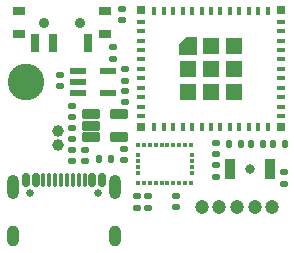
<source format=gts>
G04 #@! TF.GenerationSoftware,KiCad,Pcbnew,8.0.2-8.0.2-0~ubuntu22.04.1*
G04 #@! TF.CreationDate,2024-06-05T03:13:54-07:00*
G04 #@! TF.ProjectId,uSlime,75536c69-6d65-42e6-9b69-6361645f7063,rev?*
G04 #@! TF.SameCoordinates,Original*
G04 #@! TF.FileFunction,Soldermask,Top*
G04 #@! TF.FilePolarity,Negative*
%FSLAX46Y46*%
G04 Gerber Fmt 4.6, Leading zero omitted, Abs format (unit mm)*
G04 Created by KiCad (PCBNEW 8.0.2-8.0.2-0~ubuntu22.04.1) date 2024-06-05 03:13:54*
%MOMM*%
%LPD*%
G01*
G04 APERTURE LIST*
G04 Aperture macros list*
%AMRoundRect*
0 Rectangle with rounded corners*
0 $1 Rounding radius*
0 $2 $3 $4 $5 $6 $7 $8 $9 X,Y pos of 4 corners*
0 Add a 4 corners polygon primitive as box body*
4,1,4,$2,$3,$4,$5,$6,$7,$8,$9,$2,$3,0*
0 Add four circle primitives for the rounded corners*
1,1,$1+$1,$2,$3*
1,1,$1+$1,$4,$5*
1,1,$1+$1,$6,$7*
1,1,$1+$1,$8,$9*
0 Add four rect primitives between the rounded corners*
20,1,$1+$1,$2,$3,$4,$5,0*
20,1,$1+$1,$4,$5,$6,$7,0*
20,1,$1+$1,$6,$7,$8,$9,0*
20,1,$1+$1,$8,$9,$2,$3,0*%
%AMFreePoly0*
4,1,6,0.725000,-0.725000,-0.725000,-0.725000,-0.725000,0.125000,-0.125000,0.725000,0.725000,0.725000,0.725000,-0.725000,0.725000,-0.725000,$1*%
G04 Aperture macros list end*
%ADD10RoundRect,0.147500X-0.172500X0.147500X-0.172500X-0.147500X0.172500X-0.147500X0.172500X0.147500X0*%
%ADD11RoundRect,0.140000X0.170000X-0.140000X0.170000X0.140000X-0.170000X0.140000X-0.170000X-0.140000X0*%
%ADD12C,1.200000*%
%ADD13RoundRect,0.135000X0.185000X-0.135000X0.185000X0.135000X-0.185000X0.135000X-0.185000X-0.135000X0*%
%ADD14RoundRect,0.135000X-0.185000X0.135000X-0.185000X-0.135000X0.185000X-0.135000X0.185000X0.135000X0*%
%ADD15RoundRect,0.140000X-0.170000X0.140000X-0.170000X-0.140000X0.170000X-0.140000X0.170000X0.140000X0*%
%ADD16C,0.650000*%
%ADD17RoundRect,0.150000X-0.150000X-0.425000X0.150000X-0.425000X0.150000X0.425000X-0.150000X0.425000X0*%
%ADD18RoundRect,0.075000X-0.075000X-0.500000X0.075000X-0.500000X0.075000X0.500000X-0.075000X0.500000X0*%
%ADD19O,1.000000X2.100000*%
%ADD20O,1.000000X1.800000*%
%ADD21RoundRect,0.135000X-0.135000X-0.185000X0.135000X-0.185000X0.135000X0.185000X-0.135000X0.185000X0*%
%ADD22R,0.304800X0.431800*%
%ADD23R,0.431800X0.304800*%
%ADD24RoundRect,0.147500X0.147500X0.172500X-0.147500X0.172500X-0.147500X-0.172500X0.147500X-0.172500X0*%
%ADD25RoundRect,0.135000X0.135000X0.185000X-0.135000X0.185000X-0.135000X-0.185000X0.135000X-0.185000X0*%
%ADD26RoundRect,0.140000X0.140000X0.170000X-0.140000X0.170000X-0.140000X-0.170000X0.140000X-0.170000X0*%
%ADD27C,3.100000*%
%ADD28R,1.320800X0.508000*%
%ADD29R,0.800000X0.400000*%
%ADD30R,0.400000X0.800000*%
%ADD31FreePoly0,0.000000*%
%ADD32R,1.450000X1.450000*%
%ADD33R,0.700000X0.700000*%
%ADD34C,0.900000*%
%ADD35R,0.700000X1.500000*%
%ADD36R,1.000000X0.800000*%
%ADD37C,0.800000*%
%ADD38R,0.900000X1.700000*%
%ADD39C,1.000000*%
%ADD40RoundRect,0.060300X-0.716700X0.341700X-0.716700X-0.341700X0.716700X-0.341700X0.716700X0.341700X0*%
G04 APERTURE END LIST*
D10*
X107950000Y-102015000D03*
X107950000Y-102985000D03*
D11*
X119000000Y-102380000D03*
X119000000Y-101420000D03*
D12*
X117795000Y-106800000D03*
X119295000Y-106800000D03*
X120795000Y-106800000D03*
X122295000Y-106800000D03*
X123795000Y-106800000D03*
D13*
X111300000Y-96160000D03*
X111300000Y-95140000D03*
D11*
X105850000Y-96630000D03*
X105850000Y-95670000D03*
X111100000Y-91030000D03*
X111100000Y-90070000D03*
D14*
X119000000Y-103290000D03*
X119000000Y-104310000D03*
D15*
X106800000Y-100150000D03*
X106800000Y-101110000D03*
D16*
X103260000Y-105645000D03*
X109040000Y-105645000D03*
D17*
X102950000Y-104570000D03*
X103750000Y-104570000D03*
D18*
X104900000Y-104570000D03*
X105900000Y-104570000D03*
X106400000Y-104570000D03*
X107400000Y-104570000D03*
D17*
X108550000Y-104570000D03*
X109350000Y-104570000D03*
X109350000Y-104570000D03*
X108550000Y-104570000D03*
D18*
X107900000Y-104570000D03*
X106900000Y-104570000D03*
X105400000Y-104570000D03*
X104400000Y-104570000D03*
D17*
X103750000Y-104570000D03*
X102950000Y-104570000D03*
D19*
X101830000Y-105145000D03*
D20*
X101830000Y-109325000D03*
D19*
X110470000Y-105145000D03*
D20*
X110470000Y-109325000D03*
D14*
X112300000Y-105890000D03*
X112300000Y-106910000D03*
D10*
X106800000Y-98265000D03*
X106800000Y-99235000D03*
D15*
X111200000Y-102880000D03*
X111200000Y-101920000D03*
D21*
X109090000Y-102750000D03*
X110110000Y-102750000D03*
D13*
X110300000Y-94310000D03*
X110300000Y-93290000D03*
D22*
X112413999Y-104787500D03*
X112914001Y-104787500D03*
X113414000Y-104787500D03*
X113913999Y-104787500D03*
X114414000Y-104787500D03*
X114914000Y-104787500D03*
X115414001Y-104787500D03*
X115914000Y-104787500D03*
X116413999Y-104787500D03*
X116914001Y-104787500D03*
D23*
X116950000Y-103950001D03*
X116950000Y-103450000D03*
X116950000Y-102950000D03*
X116950000Y-102449999D03*
D22*
X116914001Y-101612500D03*
X116413999Y-101612500D03*
X115914000Y-101612500D03*
X115414001Y-101612500D03*
X114914000Y-101612500D03*
X114414000Y-101612500D03*
X113913999Y-101612500D03*
X113414000Y-101612500D03*
X112914001Y-101612500D03*
X112413999Y-101612500D03*
D23*
X112378000Y-102449999D03*
X112378000Y-102950000D03*
X112378000Y-103450000D03*
X112378000Y-103950001D03*
D24*
X122967500Y-101500000D03*
X121997500Y-101500000D03*
D11*
X115650000Y-106830000D03*
X115650000Y-105870000D03*
D25*
X124892500Y-101500000D03*
X123872500Y-101500000D03*
D14*
X124800000Y-103840000D03*
X124800000Y-104860000D03*
D26*
X121097500Y-101500000D03*
X120137500Y-101500000D03*
D14*
X113300000Y-105890000D03*
X113300000Y-106910000D03*
D27*
X102900000Y-96300000D03*
D28*
X107304600Y-95299999D03*
X107304600Y-96250000D03*
X107304600Y-97200001D03*
X109895400Y-97200001D03*
X109895400Y-95299999D03*
D29*
X112700000Y-91150000D03*
X112700000Y-91950000D03*
X112700000Y-92750000D03*
X112700000Y-93550000D03*
X112700000Y-94350000D03*
X112700000Y-95150000D03*
X112700000Y-95950000D03*
X112700000Y-96750000D03*
X112700000Y-97550000D03*
X112700000Y-98350000D03*
X112700000Y-99150000D03*
D30*
X113800000Y-100050000D03*
X114600000Y-100050000D03*
X115400000Y-100050000D03*
X116200000Y-100050000D03*
X117000000Y-100050000D03*
X117800000Y-100050000D03*
X118600000Y-100050000D03*
X119400000Y-100050000D03*
X120200000Y-100050000D03*
X121000000Y-100050000D03*
X121800000Y-100050000D03*
X122600000Y-100050000D03*
X123400000Y-100050000D03*
D29*
X124500000Y-99150000D03*
X124500000Y-98350000D03*
X124500000Y-97550000D03*
X124500000Y-96750000D03*
X124500000Y-95950000D03*
X124500000Y-95150000D03*
X124500000Y-94350000D03*
X124500000Y-93550000D03*
X124500000Y-92750000D03*
X124500000Y-91950000D03*
X124500000Y-91150000D03*
D30*
X123400000Y-90250000D03*
X122600000Y-90250000D03*
X121800000Y-90250000D03*
X121000000Y-90250000D03*
X120200000Y-90250000D03*
X119400000Y-90250000D03*
X118600000Y-90250000D03*
X117800000Y-90250000D03*
X117000000Y-90250000D03*
X116200000Y-90250000D03*
X115400000Y-90250000D03*
X114600000Y-90250000D03*
X113800000Y-90250000D03*
D31*
X116625000Y-93175000D03*
D32*
X116625000Y-95150000D03*
X116625000Y-97125000D03*
X118600000Y-93175000D03*
X118600000Y-95150000D03*
X118600000Y-97125000D03*
X120575000Y-93175000D03*
X120575000Y-95150000D03*
X120575000Y-97125000D03*
D33*
X124550000Y-90200000D03*
X124550000Y-100100000D03*
X112650000Y-100100000D03*
X112650000Y-90200000D03*
D34*
X107475000Y-91225000D03*
X104475000Y-91225000D03*
D35*
X105225000Y-92975000D03*
D36*
X109625000Y-92190000D03*
X109625000Y-90260000D03*
X102325000Y-92190000D03*
X102325000Y-90260000D03*
D35*
X103725000Y-92975000D03*
X108225000Y-92975000D03*
D37*
X121900000Y-103650000D03*
D38*
X123600000Y-103650000D03*
X120200000Y-103650000D03*
D39*
X105619000Y-100375000D03*
X105619000Y-101625000D03*
D40*
X108415000Y-99000000D03*
X108415000Y-99950000D03*
X108415000Y-100900000D03*
X110785000Y-100900000D03*
X110785000Y-99000000D03*
D10*
X111300000Y-97985000D03*
X111300000Y-97015000D03*
D11*
X106800000Y-102980000D03*
X106800000Y-102020000D03*
M02*

</source>
